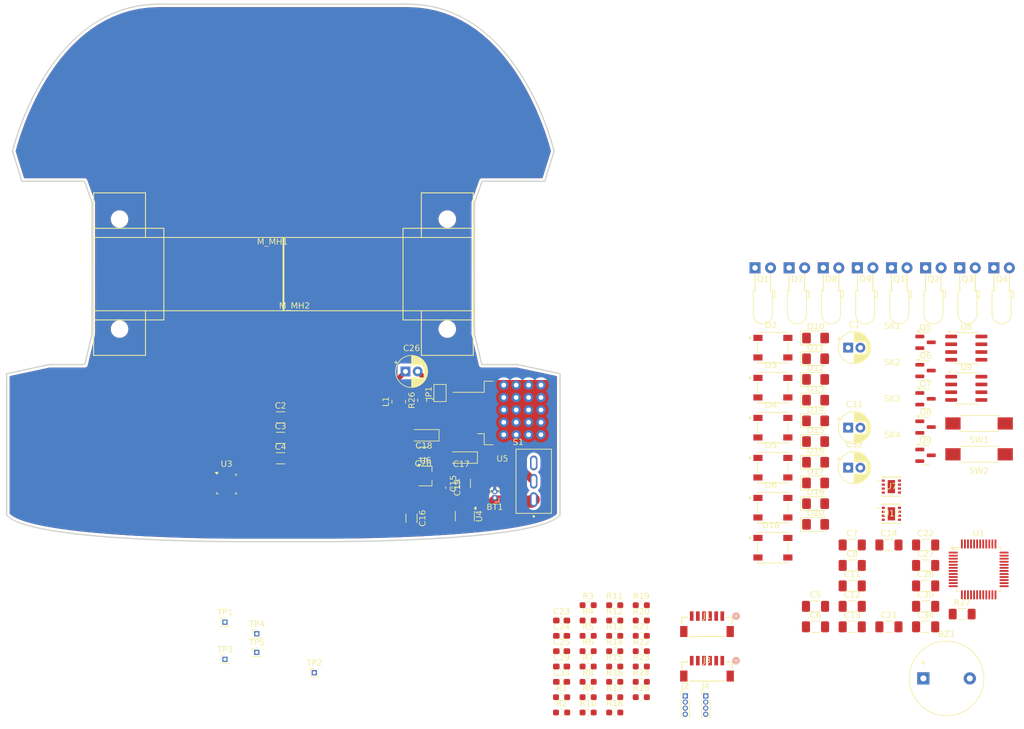
<source format=kicad_pcb>
(kicad_pcb (version 20240108) (generator "pcbnew") (generator_version "8.0")
  (layers (0 "F.Cu" signal) (31 "B.Cu" signal) (34 "B.Paste" user) (35 "F.Paste" user) (36 "B.SilkS" user "B.Silkscreen") (37 "F.SilkS" user "F.Silkscreen") (38 "B.Mask" user) (39 "F.Mask" user) (44 "Edge.Cuts" user))
  (net 0 "")
  (net 1 "GND")
  (net 2 "/BATT_PIN")
  (net 3 "+5V")
  (net 4 "Net-(BZ1--)")
  (net 5 "Net-(U3-REGOUT)")
  (net 6 "+1V8")
  (net 7 "+3V3")
  (net 8 "+3.3VA")
  (net 9 "GNDA")
  (net 10 "/REG5V_IN")
  (net 11 "Net-(C23-Pad1)")
  (net 12 "Net-(C26-Pad1)")
  (net 13 "NRST")
  (net 14 "BOOT0")
  (net 15 "Net-(D18-DIN)")
  (net 16 "Net-(D2-DIN)")
  (net 17 "Net-(D3-DOUT)")
  (net 18 "Net-(D18-DOUT)")
  (net 19 "Net-(D4-DOUT)")
  (net 20 "Net-(D5-DOUT)")
  (net 22 "Net-(D10-A)")
  (net 23 "Net-(D11-A)")
  (net 24 "Net-(D12-A)")
  (net 25 "Net-(D13-A)")
  (net 26 "Net-(D14-A)")
  (net 27 "Net-(D15-A)")
  (net 28 "Net-(D16-A)")
  (net 29 "Net-(D17-A)")
  (net 30 "Net-(D19-A)")
  (net 31 "Net-(D20-A)")
  (net 32 "ML_2")
  (net 33 "ML_ENC_A")
  (net 34 "ML_ENC_B")
  (net 35 "ML_1")
  (net 36 "SWCLK")
  (net 37 "SWDIO")
  (net 38 "MR_2")
  (net 39 "MR_1")
  (net 40 "MR_ENC_B")
  (net 41 "MR_ENC_A")
  (net 42 "UART_TX")
  (net 43 "UART_RX")
  (net 44 "EMIT_FL")
  (net 45 "Net-(Q5-D)")
  (net 46 "Net-(Q6-D)")
  (net 47 "EMIT_BL")
  (net 48 "Net-(Q7-D)")
  (net 49 "EMIT_FR")
  (net 50 "EMIT_BR")
  (net 51 "Net-(Q8-D)")
  (net 52 "BUZZER_PWM")
  (net 53 "Net-(Q9-D)")
  (net 54 "NEOPXL_PWM")
  (net 55 "RECIV_FL")
  (net 56 "RECIV_BL")
  (net 57 "RECIV_FR")
  (net 58 "RECIV_BR")
  (net 59 "Net-(D1-PadA)")
  (net 60 "Net-(D7-PadA)")
  (net 61 "Net-(D8-PadA)")
  (net 62 "Net-(D9-PadA)")
  (net 63 "FRONT_LED")
  (net 64 "LEFT_LED")
  (net 65 "RIGHT_LED")
  (net 66 "BACK_LED")
  (net 67 "RW_LED")
  (net 68 "BIT3_LED")
  (net 69 "BIT2_LED")
  (net 70 "BIT1_LED")
  (net 71 "BIT0_LED")
  (net 73 "MR_PWMA")
  (net 74 "SCK")
  (net 75 "MR_PWMB")
  (net 76 "MOSI")
  (net 77 "ML_PWMB")
  (net 78 "CS")
  (net 79 "ML_PWMA")
  (net 80 "MISO")
  (net 98 "ML_DRIVEB")
  (net 99 "ML_DRIVEA")
  (net 101 "MR_DRIVEA")
  (net 102 "MR_DRIVEB")
  (footprint "Capacitor_SMD:C_0603_1608Metric_Pad1.08x0.95mm_HandSolder" (layer "F.Cu") (at 112.2575 123.115)
    (property "Reference" "C25")
    (property "Value" "4.7uF")
  )
  (footprint "LED_SMD:LED_1206_3216Metric_Pad1.42x1.75mm_HandSolder" (layer "F.Cu") (at 153.8425 85.405)
    (property "Reference" "D14")
    (property "Value" "LED")
  )
  (footprint "Resistor_SMD:R_0603_1608Metric_Pad0.98x0.95mm_HandSolder" (layer "F.Cu") (at 112.2575 133.155)
    (property "Reference" "R2")
    (property "Value" "220")
  )
  (footprint "Package_SO:SOIC-8_3.9x4.9mm_P1.27mm" (layer "F.Cu") (at 178.5075 73.505)
    (property "Reference" "U8")
    (property "Value" "ZXMHC3F381N8TC")
  )
  (footprint "Resistor_SMD:R_0603_1608Metric_Pad0.98x0.95mm_HandSolder" (layer "F.Cu") (at 116.6075 120.605)
    (property "Reference" "R5")
    (property "Value" "220")
  )
  (footprint "MM_Library:Motor_mouse" (layer "F.Cu") (at 66.8 61.38394 180)
    (property "Reference" "M_MH2")
    (property "Value" "M2")
  )
  (footprint "Capacitor_SMD:C_0603_1608Metric_Pad1.08x0.95mm_HandSolder" (layer "F.Cu") (at 93.8022 96.3422 -90)
    (property "Reference" "C19")
    (property "Value" "2.2uF")
  )
  (footprint "Capacitor_SMD:C_1206_3216Metric_Pad1.33x1.80mm_HandSolder" (layer "F.Cu") (at 89.5981 90.6272 180)
    (property "Reference" "C20")
    (property "Value" "1uF")
  )
  (footprint "1655:LED_1655" (layer "F.Cu") (at 146.8525 73.425)
    (property "Reference" "D2")
    (property "Value" "1655")
  )
  (footprint "LED_SMD:LED_1206_3216Metric_Pad1.42x1.75mm_HandSolder" (layer "F.Cu") (at 153.8425 78.625)
    (property "Reference" "D12")
    (property "Value" "LED")
  )
  (footprint "Capacitor_SMD:C_0603_1608Metric_Pad1.08x0.95mm_HandSolder" (layer "F.Cu") (at 112.2575 120.605)
    (property "Reference" "C24")
    (property "Value" "2.2uF")
  )
  (footprint "Package_TO_SOT_SMD:SOT-23-5" (layer "F.Cu") (at 96.4184 101.0158 -90)
    (property "Reference" "U4")
    (property "Value" "MC78LC18NTR")
  )
  (footprint "Resistor_SMD:R_0603_1608Metric_Pad0.98x0.95mm_HandSolder" (layer "F.Cu") (at 120.9575 125.625)
    (property "Reference" "R15")
    (property "Value" "1k")
  )
  (footprint "Connector_PinHeader_1.00mm:PinHeader_1x02_P1.00mm_Vertical" (layer "F.Cu") (at 101.3206 98.0106 180)
    (property "Reference" "BT1")
    (property "Value" "2S LiPo")
  )
  (footprint "MountingHole:MountingHole_2.2mm_M2" (layer "F.Cu") (at 166.4175 90.975)
    (property "Reference" "SK4")
    (property "Value" "M2")
  )
  (footprint "Connector_PinHeader_1.00mm:PinHeader_1x04_P1.00mm_Vertical" (layer "F.Cu") (at 135.8575 130.445)
    (property "Reference" "J4")
    (property "Value" "Conn_01x04_Pin")
  )
  (footprint "Capacitor_SMD:C_1206_3216Metric_Pad1.33x1.80mm_HandSolder" (layer "F.Cu") (at 66.2555 91.536)
    (property "Reference" "C4")
    (property "Value" "0.1uF")
  )
  (footprint "Capacitor_Tantalum_SMD:CP_EIA-3216-18_Kemet-A_Pad1.58x1.35mm_HandSolder" (layer "F.Cu") (at 89.7128 87.7824 180)
    (property "Reference" "C18")
    (property "Value" "10uF")
  )
  (footprint "Resistor_SMD:R_0603_1608Metric_Pad0.98x0.95mm_HandSolder" (layer "F.Cu") (at 116.6075 133.155)
    (property "Reference" "R10")
    (property "Value" "1k")
  )
  (footprint "MM_Library:Emitter" (layer "F.Cu") (at 177.439012 60.355)
    (property "Reference" "Q3")
    (property "Value" "TEFT4300")
  )
  (footprint "Connector_PinHeader_1.00mm:PinHeader_1x01_P1.00mm_Vertical" (layer "F.Cu") (at 57.15 118.36)
    (property "Reference" "TP1")
    (property "Value" "Switch_TP")
  )
  (footprint "Sensor_Motion:InvenSense_QFN-24_3x3mm_P0.4mm" (layer "F.Cu") (at 57.4055 95.756)
    (property "Reference" "U3")
    (property "Value" "ICM-20948")
  )
  (footprint "Capacitor_SMD:C_1206_3216Metric_Pad1.33x1.80mm_HandSolder" (layer "F.Cu") (at 159.8375 109.075)
    (property "Reference" "C8")
    (property "Value" "0.1uF")
  )
  (footprint "LED_SMD:LED_1206_3216Metric_Pad1.42x1.75mm_HandSolder" (layer "F.Cu") (at 153.8425 75.235)
    (property "Reference" "D11")
    (property "Value" "LED")
  )
  (footprint "Capacitor_SMD:C_0603_1608Metric_Pad1.08x0.95mm_HandSolder" (layer "F.Cu") (at 112.2575 125.625)
    (property "Reference" "C29")
    (property "Value" "4.7uF")
  )
  (footprint "Capacitor_SMD:C_1206_3216Metric_Pad1.33x1.80mm_HandSolder" (layer "F.Cu") (at 165.8475 105.725)
    (property "Reference" "C14")
    (property "Value" "1uF")
  )
  (footprint "Resistor_SMD:R_0603_1608Metric_Pad0.98x0.95mm_HandSolder" (layer "F.Cu") (at 120.9575 133.155)
    (property "Reference" "R18")
    (property "Value" "220")
  )
  (footprint "Resistor_SMD:R_0603_1608Metric_Pad0.98x0.95mm_HandSolder" (layer "F.Cu") (at 120.9575 120.605)
    (property "Reference" "R13")
    (property "Value" "220")
  )
  (footprint "Resistor_SMD:R_0603_1608Metric_Pad0.98x0.95mm_HandSolder" (layer "F.Cu") (at 112.2575 130.645)
    (property "Reference" "R1")
    (property "Value" "500")
  )
  (footprint "Capacitor_SMD:C_1206_3216Metric_Pad1.33x1.80mm_HandSolder" (layer "F.Cu") (at 66.2555 84.836)
    (property "Reference" "C2")
    (property "Value" "0.1uF")
  )
  (footprint "Package_QFP:LQFP-48_7x7mm_P0.5mm" (layer "F.Cu") (at 180.5375 109.725)
    (property "Reference" "U1")
    (property "Value" "STM32H503CBTx")
  )
  (footprint "Resistor_SMD:R_0603_1608Metric_Pad0.98x0.95mm_HandSolder" (layer "F.Cu") (at 125.3075 118.095)
    (property "Reference" "R20")
    (property "Value" "220")
  )
  (footprint "LED_SMD:LED_1206_3216Metric_Pad1.42x1.75mm_HandSolder" (layer "F.Cu") (at 153.8425 92.185)
    (property "Reference" "D16")
    (property "Value" "LED")
  )
  (footprint "Resistor_SMD:R_0603_1608Metric_Pad0.98x0.95mm_HandSolder" (layer "F.Cu") (at 125.3075 128.135)
    (property "Reference" "R24")
    (property "Value" "220")
  )
  (footprint "Connector_PinHeader_1.00mm:PinHeader_1x01_P1.00mm_Vertical" (layer "F.Cu") (at 71.7804 126.6444)
    (property "Reference" "TP2")
    (property "Value" "1V8_TP")
  )
  (footprint "LED_SMD:LED_1206_3216Metric_Pad1.42x1.75mm_HandSolder" (layer "F.Cu") (at 153.8425 95.575)
    (property "Reference" "D17")
    (property "Value" "LED")
  )
  (footprint "MM_Library:Emitter" (layer "F.Cu") (at 155.098004 60.355)
    (property "Reference" "D8")
    (property "Value" "SFH_4545")
  )
  (footprint "Resistor_SMD:R_0603_1608Metric_Pad0.98x0.95mm_HandSolder" (layer "F.Cu") (at 120.9575 115.585)
    (property "Reference" "R11")
    (property "Value" "220")
  )
  (footprint "Resistor_SMD:R_0603_1608Metric_Pad0.98x0.95mm_HandSolder" (layer "F.Cu") (at 116.6075 118.095)
    (property "Reference" "R4")
    (property "Value" "220")
  )
  (footprint "Capacitor_SMD:C_1206_3216Metric_Pad1.33x1.80mm_HandSolder" (layer "F.Cu") (at 87.6808 101.346 -90)
    (property "Reference" "C16")
    (property "Value" "0.1uF")
  )
  (footprint "Resistor_SMD:R_0603_1608Metric_Pad0.98x0.95mm_HandSolder" (layer "F.Cu") (at 120.9575 123.115)
    (property "Reference" "R14")
    (property "Value" "1k")
  )
  (footprint "Capacitor_SMD:C_1206_3216Metric_Pad1.33x1.80mm_HandSolder" (layer "F.Cu") (at 159.8375 112.425)
    (property "Reference" "C11")
    (property "Value" "1uF")
  )
  (footprint "Capacitor_SMD:C_1206_3216Metric_Pad1.33x1.80mm_HandSolder" (layer "F.Cu") (at 171.8575 109.075)
    (property "Reference" "C27")
    (property "Value" "0.1uF")
  )
  (footprint "Package_TO_SOT_SMD:SOT-23" (layer "F.Cu") (at 171.8375 72.55)
    (property "Reference" "Q5")
    (property "Value" "NMOS")
  )
  (footprint "Capacitor_THT:CP_Radial_D5.0mm_P2.00mm" (layer "F.Cu") (at 159.177275 86.525)
    (property "Reference" "C31")
    (property "Value" "100uF")
  )
  (footprint "LED_SMD:LED_1206_3216Metric_Pad1.42x1.75mm_HandSolder" (layer "F.Cu") (at 153.8425 98.965)
    (property "Reference" "D19")
    (property "Value" "LED")
  )
  (footprint "Resistor_SMD:R_0603_1608Metric_Pad0.98x0.95mm_HandSolder" (layer "F.Cu") (at 125.3075 115.585)
    (property "Reference" "R19")
    (property "Value" "220")
  )
  (footprint "MM_Library:Emitter" (layer "F.Cu") (at 143.9275 60.355)
    (property "Reference" "D1")
    (property "Value" "SFH_4545")
  )
  (footprint "1655:LED_1655" (layer "F.Cu") (at 146.8525 79.975)
    (property "Reference" "D3")
    (property "Value" "1655")
  )
  (footprint "Capacitor_SMD:C_1206_3216Metric_Pad1.33x1.80mm_HandSolder" (layer "F.Cu") (at 171.8575 119.125)
    (property "Reference" "C34")
    (property "Value" "0.1uF")
  )
  (footprint "BM06B_SRSS_TB_LF__SN_:CONN_BM06B-SRSS-TB_JST" (layer "F.Cu") (at 136.062699 126.437999)
    (property "Reference" "J3")
    (property "Value" "BM06B-SRSS-TBLFSN")
  )
  (footprint "Resistor_SMD:R_0603_1608Metric_Pad0.98x0.95mm_HandSolder" (layer "F.Cu") (at 125.3075 120.605)
    (property "Reference" "R21")
    (property "Value" "220")
  )
  (footprint "UCC27524DSDR:DSD8_2P15X1P2" (layer "F.Cu") (at 166.2489 96.174)
    (property "Reference" "U7")
    (property "Value" "UCC27524")
  )
  (footprint "Resistor_SMD:R_0603_1608Metric_Pad0.98x0.95mm_HandSolder" (layer "F.Cu") (at 116.6075 130.645)
    (property "Reference" "R9")
    (property "Value" "220")
  )
  (footprint "Connector_PinHeader_1.00mm:PinHeader_1x01_P1.00mm_Vertical" (layer "F.Cu") (at 57.15 124.46)
    (property "Reference" "TP3")
    (property "Value" "5V_TP")
  )
  (footprint "Capacitor_THT:CP_Radial_D5.0mm_P2.00mm" (layer "F.Cu") (at 159.177275 73.425)
    (property "Reference" "C1")
    (property "Value" "100uF")
  )
  (footprint "Connector_PinHeader_1.00mm:PinHeader_1x01_P1.00mm_Vertical" (layer "F.Cu") (at 62.357 120.267)
    (property "Reference" "TP4")
    (property "Value" "3V3_TP")
  )
  (footprint "UCC27524DSDR:DSD8_2P15X1P2" (layer "F.Cu") (at 166.2489 100.622)
    (property "Reference" "U10")
    (property "Value" "UCC27524")
  )
  (footprint "Package_TO_SOT_SMD:SOT-23W" (layer "F.Cu") (at 89.9668 94.4372)
    (property "Reference" "U6")
    (property "Value" "AP2210N-3.3TRG1")
  )
  (footprint "1655:LED_1655" (layer "F.Cu") (at 146.8525 106.175)
    (property "Reference" "D18")
    (property "Value" "1655")
  )
  (footprint "1655:LED_1655" (layer "F.Cu") (at 146.8525 93.075)
    (property "Reference" "D5")
    (property "Value" "1655")
  )
  (footprint "Capacitor_SMD:C_1206_3216Metric_Pad1.33x1.80mm_HandSolder" (layer "F.Cu") (at 159.8375 119.125)
    (property "Reference" "C13")
    (property "Value" "1uF")
  )
  (footprint "Resistor_SMD:R_0603_1608Metric_Pad0.98x0.95mm_HandSolder" (layer "F.Cu") (at 116.6075 115.585)
    (property "Reference" "R3")
    (property "Value" "220")
  )
  (footprint "Jumper:SolderJumper-2_P1.3mm_Bridged_Pad1.0x1.5mm" (layer "F.Cu") (at 92.3544 80.8586 90)
    (property "Reference" "JP1")
    (property "Value" "Jumper_2_Bridged")
  )
  (footprint "Resistor_SMD:R_0603_1608Metric_Pad0.98x0.95mm_HandSolder" (layer "F.Cu") (at 125.3075 123.115)
    (property "Reference" "R22")
    (property "Value" "220")
  )
  (footprint "Capacitor_Tantalum_SMD:CP_EIA-3216-18_Kemet-A_Pad1.58x1.35mm_HandSolder" (layer "F.Cu") (at 95.9866 91.4146 180)
    (property "Reference" "C17")
    (property "Value" "10uF")
  )
  (footprint "MM_Library:Emitter" (layer "F.Cu") (at 160.683256 60.355)
    (property "Reference" "D9")
    (property "Value" "SFH_4545")
  )
  (footprint "Capacitor_SMD:C_1206_3216Metric_Pad1.33x1.80mm_HandSolder" (layer "F.Cu") (at 171.8575 112.425)
    (property "Reference" "C28")
    (property "Value" "1uF")
  )
  (footprint "Resistor_SMD:R_0603_1608Metric_Pad0.98x0.95mm_HandSolder" (layer "F.Cu") (at 120.9575 128.135)
    (property "Reference" "R16")
    (property "Value" "220")
  )
  (footprint "MM_Library:Emitter" (layer "F.Cu") (at 183.024264 60.355)
    (property "Reference" "Q4")
    (property "Value" "TEFT4300")
  )
  (footprint "Capacitor_SMD:C_1206_3216Metric_Pad1.33x1.80mm_HandSolder" (layer "F.Cu") (at 159.8375 105.725)
    (property "Reference" "C7")
    (property "Value" "0.1uF")
  )
  (footprint "Package_TO_SOT_SMD:SOT-23" (layer "F.Cu") (at 171.8375 77.175)
    (property "Reference" "Q6")
    (property "Value" "NMOS")
  )
  (footprint "Button_Switch_SMD:SW_SPST_REED_CT05-XXXX-G1" (layer "F.Cu") (at 180.6075 90.885)
    (property "Reference" "SW2")
    (property "Value" "SW_Push_Dual_x2")
  )
  (footprint "Package_TO_SOT_SMD:SOT-23" (layer "F.Cu") (at 171.8375 81.8)
    (property "Reference" "Q7")
    (property "Value" "NMOS")
  )
  (footprint "Capacitor_SMD:C_1206_3216Metric_Pad1.33x1.80mm_HandSolder" (layer "F.Cu") (at 171.8575 105.725)
    (property "Reference" "C22")
    (property "Value" "0.1uF")
  )
  (footprint "Capacitor_SMD:C_1206_3216Metric_Pad1.33x1.80mm_HandSolder" (layer "F.Cu") (at 165.8475 119.125)
    (property "Reference" "C21")
    (property "Value" "1uF")
  )
  (footprint "Resistor_SMD:R_0603_1608Metric_Pad0.98x0.95mm_HandSolder" (layer "F.Cu") (at 116.6075 123.115)
    (property "Reference" "R6")
    (property "Value" "220")
  )
  (footprint "BM06B_SRSS_TB_LF__SN_:CONN_BM06B-SRSS-TB_JST" (layer "F.Cu") (at 136.062699 119.1428)
    (property "Reference" "J1")
    (property "Value" "BM06B-SRSS-TBLFSN")
  )
  (footprint "Resistor_SMD:R_0603_1608Metric_Pad0.98x0.95mm_HandSolder" (layer "F.Cu") (at 116.6075 125.625)
    (property "Reference" "R7")
    (property "Value" "1k")
  )
  (footprint "Capacitor_SMD:C_1206_3216Metric_Pad1.33x1.80mm_HandSolder" (layer "F.Cu") (at 159.8375 115.775)
    (property "Reference" "C12")
    (property "Value" "1uF")
  )
  (footprint "MM_Library:Emitter" (layer "F.Cu") (at 149.512752 60.355)
    (property "Reference" "D7")
    (property "Value" "SFH_4545")
  )
  (footprint "MM_Library:5V Voltage Reg" (layer "F.Cu") (at 102.5652 92.1512)
    (property "Reference" "U5")
    (property "Value" "LM1085-5.0")
  )
  (footprint "SLW_105558_2A_N_D:SW_SLW-105558-2A-N-D" (layer "F.Cu") (at 107.696 95.298 90)
    (property "Reference" "S1")
    (property "Value" "SLW-105558-2A-N-D")
  )
  (footprint "1655:LED_1655" (layer "F.Cu") (at 146.8525 99.625)
    (property "Reference" "D6")
    (property "Value" "1655")
  )
  (footprint "Resistor_SMD:R_0603_1608Metric_Pad0.98x0.95mm_HandSolder" (layer "F.Cu") (at 120.9575 130.645)
    (property "Reference" "R17")
    (property "Value" "220")
  )
  (footprint "Resistor_SMD:R_0603_1608Metric_Pad0.98x0.95mm_HandSolder" (layer "F.Cu") (at 116.6075 128.135)
    (property "Reference" "R8")
    (property "Value" "1k")
  )
  (footprint "MM_Library:Motor_mouse" (layer "F.Cu") (at 66.6443 61.38394)
    (property "Reference" "M_MH1")
    (property "Value" "M2")
  )
  (footprint "MountingHole:MountingHole_2.2mm_M2" (layer "F.Cu") (at 166.4175 79.075)
    (property "Reference" "SK2")
    (property "Value" "M2")
  )
  (footprint "Connector_PinHeader_1.00mm:PinHeader_1x04_P1.00mm_Vertical" (layer "F.Cu") (at 132.5075 130.445)
    (property "Reference" "J2")
    (property "Value" "Conn_01x04_Pin")
  )
  (footprint "Capacitor_SMD:C_0603_1608Metric_Pad1.08x0.95mm_HandSolder" (layer "F.Cu") (at 112.2575 118.095)
    (property "Reference" "C23")
    (property "Value" "2.2uF")
  )
  (footprint "MountingHole:MountingHole_2.2mm_M2" (layer "F.Cu") (at 166.4175 85.025)
    (property "Reference" "SK3")
    (property "Value" "M2")
  )
  (footprint "Capacitor_SMD:C_0603_1608Metric_Pad1.08x0.95mm_HandSolder" (layer "F.Cu") (at 112.2575 128.135)
    (property "Reference" "C33")
    (property "Value" "4.7uF")
  )
  (footprint "Resistor_SMD:R_0603_1608Metric_Pad0.98x0.95mm_HandSolder" (layer "F.Cu") (at 125.3075 130.645)
    (property "Reference" "R25")
    (property "Value" "220")
  )
  (footprint "Capacitor_SMD:C_1206_3216Metric_Pad1.33x1.80mm_HandSolder" (layer "F.Cu") (at 96.4184 95.6564 90)
    (property "Reference" "C15")
    (property "Value" "0.1uF")
  )
  (footprint "LED_SMD:LED_1206_3216Metric_Pad1.42x1.75mm_HandSolder" (layer "F.Cu") (at 153.8425 82.015)
    (property "Reference" "D13")
    (property "Value" "LED")
  )
  (footprint "Resistor_SMD:R_0603_1608Metric_Pad0.98x0.95mm_HandSolder" (layer "F.Cu") (at 125.3075 125.625)
    (property "Reference" "R23")
    (property "Value" "220")
  )
  (footprint "Inductor_SMD:L_1008_2520Metric_Pad1.43x2.20mm_HandSolder" (layer "F.Cu") (at 85.598 82.2706 90)
    (property "Reference" "L1")
    (property "Value" "1mH")
  )
  (footprint "Resistor_SMD:R_1206_3216Metric_Pad1.30x1.75mm_HandSolder" (layer "F.Cu") (at 177.8375 117.045)
    (property "Reference" "R27")
    (property "Value" "10k")
  )
  (footprint "Resistor_SMD:R_0603_1608Metric_Pad0.98x0.95mm_HandSolder" (layer "F.Cu") (at 120.9575 118.095)
    (property "Reference" "R12")
    (property "Value" "1k")
  )
  (footprint "Buzzer_Beeper:Buzzer_12x9.5RM7.6" (layer "F.Cu") (at 171.4875 127.575)
    (property "Reference" "BZ1")
    (property "Value" "Buzzer")
  )
  (footprint "Package_TO_SOT_SMD:SOT-23" (layer "F.Cu") (at 171.8375 91.05)
    (property "Reference" "Q9")
    (property "Value" "NMOS")
  )
  (footprint "MountingHole:MountingHole_2.2mm_M2" (layer "F.Cu") (at 166.4175 73.125)
    (property "Reference" "SK1")
    (property "Value" "M2")
  )
  (footprint "Resistor_SMD:R_0805_2012Metric_Pad1.20x1.40mm_HandSolder" (layer "F.Cu") (at 89.4334 82.042 90)
    (property "Reference" "R26")
    (property "Value" "33")
  )
  (footprint "Capacitor_SMD:C_1206_3216Metric_Pad1.33x1.80mm_HandSolder" (layer "F.Cu") (at 66.2555 88.186)
    (property "Reference" "C3")
    (property "Value" "0.1uF")
  )
  (footprint "Capacitor_SMD:C_1206_3216Metric_Pad1.33x1.80mm_HandSolder" (layer "F.Cu") (at 153.8275 115.775)
    (property "Reference" "C5")
    (property "Value" "0.1uF")
  )
  (footprint "Capacitor_SMD:C_1206_3216Metric_Pad1.33x1.80mm_HandSolder" (layer "F.Cu") (at 153.8275 119.125)
    (property "Reference" "C6")
    (property "Value" "0.1uF")
  )
  (footprint "Package_SO:SOIC-8_3.9x4.9mm_P1.27mm" (layer "F.Cu") (at 178.5075 80.085)
    (property "Reference" "U9")
    (property "Value" "ZXMHC3F381N8TC")
  )
  (footprint "Capacitor_SMD:C_1206_3216Metric_Pad1.33x1.80mm_HandSolder" (layer "F.Cu") (at 171.8575 115.775)
    (property "Reference" "C30")
    (property "Value" "0.1uF")
  )
  (footprint "Capacitor_THT:CP_Radial_D5.0mm_P2.00mm" (layer "F.Cu") (at 159.177275 93.075)
    (property "Reference" "C32")
    (property "Value" "100uF")
  )
  (footprint "LED_SMD:LED_1206_3216Metric_Pad1.42x1.75mm_HandSolder" (layer "F.Cu") (at 153.8425 88.795)
    (property "Reference" "D15")
    (property "Value" "LED")
  )
  (footprint "LED_SMD:LED_1206_3216Metric_Pad1.42x1.75mm_HandSolder" (layer "F.Cu") (at 153.8425 71.845)
    (property "Reference" "D10")
    (property "Value" "LED")
  )
  (footprint "Package_TO_SOT_SMD:SOT-23" (layer "F.Cu") (at 171.8375 86.425)
    (property "Reference" "Q8")
    (property "Value" "NMOS")
  )
  (footprint "Capacitor_THT:CP_Radial_D5.0mm_P2.00mm" (layer "F.Cu") (at 86.7025 77.3176)
    (property "Reference" "C26")
    (property "Value" "100uF")
  )
  (footprint "Button_Switch_SMD:SW_SPST_REED_CT05-XXXX-G1" (layer "F.Cu") (at 180.6075 85.835)
    (property "Reference" "SW1")
    (property "Value" "SW_Push_Dual_x2")
  )
  (footprint "MM_Library:Emitter" (layer "F.Cu") (at 166.268508 60.355)
    (property "Reference" "Q1")
    (property "Value" "TEFT4300")
  )
  (footprint "Connector_PinHeader_1.00mm:PinHeader_1x01_P1.00mm_Vertical" (layer "F.Cu") (at 62.357 123.317)
    (property "Reference" "TP5")
    (property "Value" "GND_TP")
  )
  (footprint "MM_Library:Emitter" (layer "F.Cu") (at 171.85376 60.355)
    (property "Reference" "Q2")
    (property "Value" "TEFT4300")
  )
  (footprint "1655:LED_1655" (layer "F.Cu") (at 146.8525 86.525)
    (property "Reference" "D4")
    (property "Value" "1655")
  )
  (footprint "LED_SMD:LED_1206_3216Metric_Pad1.42x1.75mm_HandSolder" (layer "F.Cu") (at 153.8425 102.355)
    (property "Reference" "D20")
    (property "Value" "LED")
  )
  (gr_line (start 21.4 77.68394) (end 21.4 100.8) (stroke (width 0.2)) (layer "Edge.Cuts"))
  (gr_line (start 98 49.68394) (end 98 71.18394) (stroke (width 0.2)) (layer "Edge.Cuts"))
  (gr_line (start 105 76.18394) (end 112 77.68394) (stroke (width 0.2)) (layer "Edge.Cuts"))
  (gr_curve (pts (xy 87 17.18394) (xy 105.420922 17.18394) (xy 111.031405 41.278655) (xy 111.031405 41.278655)) (stroke (width 0.2)) (layer "Edge.Cuts"))
  (gr_curve (pts (xy 112 100.8) (xy 108.683262 105.18394) (xy 74.97378 105.18394) (xy 74.97378 105.18394)) (stroke (width 0.2)) (layer "Edge.Cuts"))
  (gr_curve (pts (xy 21.4 100.8) (xy 24.716738 105.18394) (xy 58.42622 105.18394) (xy 58.42622 105.18394)) (stroke (width 0.2)) (layer "Edge.Cuts"))
  (gr_line (start 28.4 76.18394) (end 21.4 77.68394) (stroke (width 0.2)) (layer "Edge.Cuts"))
  (gr_line (start 99.25 46.18394) (end 109.5 46.18394) (stroke (width 0.2)) (layer "Edge.Cuts"))
  (gr_line (start 74.97378 105.18394) (end 58.42622 105.18394) (stroke (width 0.2)) (layer "Edge.Cuts"))
  (gr_line (start 34.2 76.18394) (end 35.4 71.18394) (stroke (width 0.2)) (layer "Edge.Cuts"))
  (gr_line (start 98 49.68394) (end 99.25 46.18394) (stroke (width 0.2)) (layer "Edge.Cuts"))
  (gr_line (start 109.5 46.18394) (end 111.031405 41.278655) (stroke (width 0.2)) (layer "Edge.Cuts"))
  (gr_line (start 99.2 76.18394) (end 105 76.18394) (stroke (width 0.2)) (layer "Edge.Cuts"))
  (gr_line (start 34.15 46.18394) (end 23.9 46.18394) (stroke (width 0.2)) (layer "Edge.Cuts"))
  (gr_line (start 23.9 46.18394) (end 22.368595 41.278655) (stroke (width 0.2)) (layer "Edge.Cuts"))
  (gr_line (start 34.2 76.18394) (end 28.4 76.18394) (stroke (width 0.2)) (layer "Edge.Cuts"))
  (gr_line (start 35.4 49.68394) (end 34.15 46.18394) (stroke (width 0.2)) (layer "Edge.Cuts"))
  (gr_line (start 99.2 76.18394) (end 98 71.18394) (stroke (width 0.2)) (layer "Edge.Cuts"))
  (gr_line (start 112 77.68394) (end 112 100.8) (stroke (width 0.2)) (layer "Edge.Cuts"))
  (gr_line (start 87 17.18394) (end 46.4 17.18394) (stroke (width 0.2)) (layer "Edge.Cuts"))
  (gr_curve (pts (xy 46.4 17.18394) (xy 27.979078 17.18394) (xy 22.368595 41.278655) (xy 22.368595 41.278655)) (stroke (width 0.2)) (layer "Edge.Cuts"))
  (gr_line (start 35.4 49.68394) (end 35.4 71.18394) (stroke (width 0.2)) (layer "Edge.Cuts"))
  (segment (start 107.696 98.298) (end 107.3584 98.6356) (width 2) (layer "F.Cu") (net 2))
  (segment (start 107.3584 98.6356) (end 101.3206 98.6356) (width 2) (layer "F.Cu") (net 2))
  (segment (start 96.717 84.074) (end 93.726 84.074) (width 1.25) (layer "F.Cu") (net 3))
  (segment (start 91.1503 86.6497) (end 91.1503 87.7824) (width 1.25) (layer "F.Cu") (net 3))
  (segment (start 96.7642 84.1212) (end 105.9142 84.1212) (width 1.25) (layer "F.Cu") (net 3))
  (segment (start 91.1606 90.6272) (end 91.1606 94.431) (width 1.25) (layer "F.Cu") (net 3))
  (segment (start 93.726 84.074) (end 91.1503 86.6497) (width 1.25) (layer "F.Cu") (net 3))
  (segment (start 91.1503 87.7824) (end 91.1503 90.6169) (width 1.25) (layer "F.Cu") (net 3))
  (segment (start 96.7642 84.1212) (end 96.717 84.074) (width 1.25) (layer "F.Cu") (net 3))
  (segment (start 91.1606 94.431) (end 91.1668 94.4372) (width 1.25) (layer "F.Cu") (net 3))
  (segment (start 91.1503 90.6169) (end 91.1606 90.6272) (width 1.25) (layer "F.Cu") (net 3))
  (segment (start 87.801 99.9037) (end 87.6808 99.7835) (width 0.8) (layer "F.Cu") (net 6))
  (segment (start 95.4684 99.8783) (end 95.443 99.9037) (width 0.8) (layer "F.Cu") (net 6))
  (segment (start 95.443 99.9037) (end 87.801 99.9037) (width 0.8) (layer "F.Cu") (net 6))
  (segment (start 89.7128 97.0788) (end 89.8387 97.2047) (width 1) (layer "F.Cu") (net 7))
  (segment (start 93.8164 97.2189) (end 96.4184 97.2189) (width 1.25) (layer "F.Cu") (net 7))
  (segment (start 88.0212 95.3872) (end 87.5157 94.8817) (width 0.8) (layer "F.Cu") (net 7))
  (segment (start 88.7668 95.3872) (end 88.7668 96.1328) (width 0.8) (layer "F.Cu") (net 7))
  (segment (start 96.4184 99.8783) (end 96.4184 97.2189) (width 0.5) (layer "F.Cu") (net 7))
  (segment (start 93.8022 97.2047) (end 93.8164 97.2189) (width 1.25) (layer "F.Cu") (net 7))
  (segment (start 89.8387 97.2047) (end 93.8022 97.2047) (width 1) (layer "F.Cu") (net 7))
  (segment (start 85.598 92.964) (end 85.598 83.4331) (width 0.8) (layer "F.Cu") (net 7))
  (segment (start 87.5157 94.8817) (end 85.598 92.964) (width 0.8) (layer "F.Cu") (net 7))
  (segment (start 88.7668 95.3872) (end 88.0212 95.3872) (width 0.8) (layer "F.Cu") (net 7))
  (segment (start 89.7128 97.0788) (end 87.5157 94.8817) (width 0.8) (layer "F.Cu") (net 7))
  (segment (start 89.4457 81.0297) (end 89.4457 78.0608) (width 0.8) (layer "F.Cu") (net 8))
  (segment (start 89.4334 81.042) (end 89.4457 81.0297) (width 0.8) (layer "F.Cu") (net 8))
  (segment (start 89.4457 78.0608) (end 88.7025 77.3176) (width 0.8) (layer "F.Cu") (net 8))
  (segment (start 103.965 91.567) (end 97.5765 91.567) (width 1.25) (layer "F.Cu") (net 10))
  (segment (start 97.5765 91.567) (end 97.4241 91.4146) (width 1.25) (layer "F.Cu") (net 10))
  (segment (start 96.7642 90.7547) (end 97.4241 91.4146) (width 1.25) (layer "F.Cu") (net 10))
  (segment (start 96.7642 86.6612) (end 96.7642 90.7547) (width 1.25) (layer "F.Cu") (net 10))
  (segment (start 107.696 95.298) (end 103.965 91.567) (width 1.25) (layer "F.Cu") (net 10))
  (segment (start 85.598 78.4221) (end 86.7025 77.3176) (width 0.8) (layer "F.Cu") (net 12))
  (segment (start 85.598 81.1081) (end 85.598 78.4221) (width 0.8) (layer "F.Cu") (net 12))
  (zone (net 1) (net_name "GND") (layers "F&B.Cu") (connect_pads (clearance 0.5)) (min_thickness 0.25) (fill yes (thermal_gap 0.5) (thermal_bridge_width 0.5))
    (polygon (pts (xy 20.32 16.51) (xy 113.03 16.51) (xy 113.03 105.41) (xy 20.32 105.41)))
  )
)
</source>
